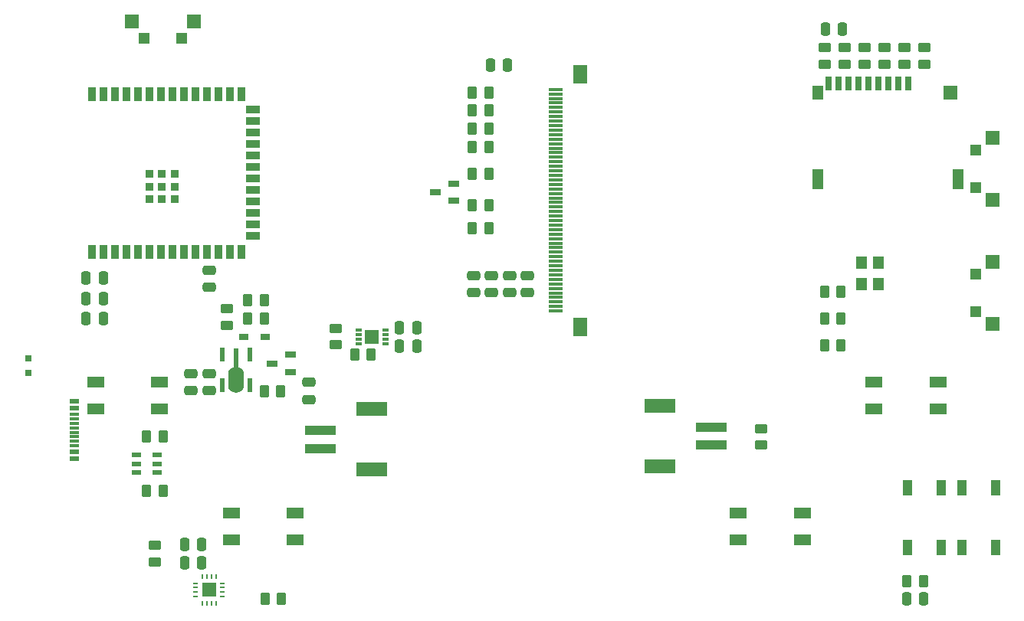
<source format=gbr>
%TF.GenerationSoftware,KiCad,Pcbnew,7.0.7*%
%TF.CreationDate,2023-12-09T23:49:39+01:00*%
%TF.ProjectId,Untitled,556e7469-746c-4656-942e-6b696361645f,rev?*%
%TF.SameCoordinates,Original*%
%TF.FileFunction,Paste,Top*%
%TF.FilePolarity,Positive*%
%FSLAX46Y46*%
G04 Gerber Fmt 4.6, Leading zero omitted, Abs format (unit mm)*
G04 Created by KiCad (PCBNEW 7.0.7) date 2023-12-09 23:49:39*
%MOMM*%
%LPD*%
G01*
G04 APERTURE LIST*
G04 Aperture macros list*
%AMRoundRect*
0 Rectangle with rounded corners*
0 $1 Rounding radius*
0 $2 $3 $4 $5 $6 $7 $8 $9 X,Y pos of 4 corners*
0 Add a 4 corners polygon primitive as box body*
4,1,4,$2,$3,$4,$5,$6,$7,$8,$9,$2,$3,0*
0 Add four circle primitives for the rounded corners*
1,1,$1+$1,$2,$3*
1,1,$1+$1,$4,$5*
1,1,$1+$1,$6,$7*
1,1,$1+$1,$8,$9*
0 Add four rect primitives between the rounded corners*
20,1,$1+$1,$2,$3,$4,$5,0*
20,1,$1+$1,$4,$5,$6,$7,0*
20,1,$1+$1,$6,$7,$8,$9,0*
20,1,$1+$1,$8,$9,$2,$3,0*%
G04 Aperture macros list end*
%ADD10R,1.070000X0.530000*%
%ADD11RoundRect,0.250000X-0.262500X-0.450000X0.262500X-0.450000X0.262500X0.450000X-0.262500X0.450000X0*%
%ADD12R,1.150000X1.400000*%
%ADD13R,1.500000X1.500000*%
%ADD14R,1.200000X1.200000*%
%ADD15R,0.750000X0.300000*%
%ADD16R,1.600000X1.600000*%
%ADD17R,1.250000X0.700000*%
%ADD18RoundRect,0.250000X0.450000X-0.262500X0.450000X0.262500X-0.450000X0.262500X-0.450000X-0.262500X0*%
%ADD19RoundRect,0.250000X0.250000X0.475000X-0.250000X0.475000X-0.250000X-0.475000X0.250000X-0.475000X0*%
%ADD20R,1.900000X1.200000*%
%ADD21RoundRect,0.250000X0.475000X-0.250000X0.475000X0.250000X-0.475000X0.250000X-0.475000X-0.250000X0*%
%ADD22RoundRect,0.250000X0.262500X0.450000X-0.262500X0.450000X-0.262500X-0.450000X0.262500X-0.450000X0*%
%ADD23RoundRect,0.250000X-0.250000X-0.475000X0.250000X-0.475000X0.250000X0.475000X-0.250000X0.475000X0*%
%ADD24RoundRect,0.250000X-0.475000X0.250000X-0.475000X-0.250000X0.475000X-0.250000X0.475000X0.250000X0*%
%ADD25R,3.500000X1.000000*%
%ADD26R,3.500000X1.500000*%
%ADD27R,0.900000X1.500000*%
%ADD28R,1.500000X0.900000*%
%ADD29R,0.900000X0.900000*%
%ADD30R,0.800000X0.800000*%
%ADD31R,0.570000X1.500000*%
%ADD32O,1.760000X2.940000*%
%ADD33R,0.550000X2.210000*%
%ADD34R,1.000000X0.750000*%
%ADD35R,1.000000X1.700000*%
%ADD36R,1.100000X0.600000*%
%ADD37R,1.100000X0.300000*%
%ADD38R,1.500000X0.300000*%
%ADD39R,1.600000X2.000000*%
%ADD40R,0.700000X1.600000*%
%ADD41R,1.600000X1.500000*%
%ADD42R,1.200000X2.200000*%
%ADD43R,1.200000X1.500000*%
%ADD44RoundRect,0.250000X-0.450000X0.262500X-0.450000X-0.262500X0.450000X-0.262500X0.450000X0.262500X0*%
%ADD45R,0.600000X0.250000*%
%ADD46R,0.250000X0.600000*%
G04 APERTURE END LIST*
D10*
%TO.C,D2*%
X106000000Y-109100000D03*
X106000000Y-110050000D03*
X106000000Y-111000000D03*
X108300000Y-111000000D03*
X108300000Y-110050000D03*
X108300000Y-109100000D03*
%TD*%
D11*
%TO.C,R14*%
X130087500Y-98000000D03*
X131912500Y-98000000D03*
%TD*%
D12*
%TO.C,LED1*%
X187900000Y-87800000D03*
X187900000Y-90200000D03*
X186100000Y-87800000D03*
X186100000Y-90200000D03*
%TD*%
D13*
%TO.C,SW6*%
X200550000Y-80900000D03*
X200550000Y-74000000D03*
D14*
X198710000Y-79550000D03*
X198710000Y-75350000D03*
%TD*%
D15*
%TO.C,U2*%
X133500000Y-96750000D03*
X133500000Y-96250000D03*
X133500000Y-95750000D03*
X133500000Y-95250000D03*
X130500000Y-95250000D03*
X130500000Y-95750000D03*
X130500000Y-96250000D03*
X130500000Y-96750000D03*
D16*
X132000000Y-96000000D03*
%TD*%
D17*
%TO.C,Q3*%
X141000000Y-80950000D03*
X141000000Y-79050000D03*
X139000000Y-80000000D03*
%TD*%
D18*
%TO.C,R27*%
X184200000Y-65860580D03*
X184200000Y-64035580D03*
%TD*%
%TO.C,R3*%
X116000000Y-94737500D03*
X116000000Y-92912500D03*
%TD*%
%TO.C,R31*%
X193000000Y-65874029D03*
X193000000Y-64049029D03*
%TD*%
D19*
%TO.C,C18*%
X146950000Y-66000000D03*
X145050000Y-66000000D03*
%TD*%
D20*
%TO.C,SW3*%
X187460000Y-101000000D03*
X194540000Y-101000000D03*
X194540000Y-104000000D03*
X187460000Y-104000000D03*
%TD*%
D21*
%TO.C,C19*%
X147197921Y-91146008D03*
X147197921Y-89246008D03*
%TD*%
D22*
%TO.C,R1*%
X144912500Y-69000000D03*
X143087500Y-69000000D03*
%TD*%
D23*
%TO.C,C8*%
X111271645Y-119000000D03*
X113171645Y-119000000D03*
%TD*%
D22*
%TO.C,R5*%
X120087500Y-92000000D03*
X118262500Y-92000000D03*
%TD*%
D23*
%TO.C,C11*%
X100396555Y-91750898D03*
X102296555Y-91750898D03*
%TD*%
D24*
%TO.C,C3*%
X112000000Y-100050000D03*
X112000000Y-101950000D03*
%TD*%
D23*
%TO.C,C2*%
X100396555Y-94000000D03*
X102296555Y-94000000D03*
%TD*%
D18*
%TO.C,R28*%
X186400000Y-65854941D03*
X186400000Y-64029941D03*
%TD*%
D20*
%TO.C,SW2*%
X116460000Y-115500000D03*
X123540000Y-115500000D03*
X123540000Y-118500000D03*
X116460000Y-118500000D03*
%TD*%
D11*
%TO.C,R40*%
X143087500Y-78000000D03*
X144912500Y-78000000D03*
%TD*%
D20*
%TO.C,SW1*%
X101460000Y-101000000D03*
X108540000Y-101000000D03*
X108540000Y-104000000D03*
X101460000Y-104000000D03*
%TD*%
D13*
%TO.C,SW7*%
X200550000Y-94600000D03*
X200550000Y-87700000D03*
D14*
X198710000Y-93250000D03*
X198710000Y-89050000D03*
%TD*%
D22*
%TO.C,R17*%
X144912500Y-75000000D03*
X143087500Y-75000000D03*
%TD*%
D25*
%TO.C,H2*%
X126300000Y-108350000D03*
X126300000Y-106350000D03*
D26*
X132000000Y-104000000D03*
X132000000Y-110700000D03*
%TD*%
D27*
%TO.C,U1*%
X101060000Y-86650000D03*
X102330000Y-86650000D03*
X103600000Y-86650000D03*
X104870000Y-86650000D03*
X106140000Y-86650000D03*
X107410000Y-86650000D03*
X108680000Y-86650000D03*
X109950000Y-86650000D03*
X111220000Y-86650000D03*
X112490000Y-86650000D03*
X113760000Y-86650000D03*
X115030000Y-86650000D03*
X116300000Y-86650000D03*
X117570000Y-86650000D03*
D28*
X118840000Y-84890000D03*
X118840000Y-83620000D03*
X118840000Y-82350000D03*
X118840000Y-81080000D03*
X118840000Y-79810000D03*
X118840000Y-78530000D03*
X118840000Y-77270000D03*
X118840000Y-76000000D03*
X118840000Y-74730000D03*
X118840000Y-73450000D03*
X118840000Y-72180000D03*
X118810000Y-70910000D03*
D27*
X117570000Y-69150000D03*
X116300000Y-69150000D03*
X115030000Y-69150000D03*
X113760000Y-69150000D03*
X112490000Y-69150000D03*
X111220000Y-69150000D03*
X109950000Y-69150000D03*
X108680000Y-69150000D03*
X107410000Y-69150000D03*
X106140000Y-69150000D03*
X104870000Y-69150000D03*
X103600000Y-69150000D03*
X102330000Y-69150000D03*
X101060000Y-69150000D03*
D29*
X107380000Y-80800000D03*
X108780000Y-80800000D03*
X110180000Y-80800000D03*
X107380000Y-79400000D03*
X108780000Y-79400000D03*
X110180000Y-79400000D03*
X107380000Y-78000000D03*
X108780000Y-78000000D03*
X110180000Y-78000000D03*
%TD*%
D11*
%TO.C,R15*%
X107087500Y-107000000D03*
X108912500Y-107000000D03*
%TD*%
%TO.C,R4*%
X118262500Y-94000000D03*
X120087500Y-94000000D03*
%TD*%
D24*
%TO.C,C20*%
X149197921Y-89246008D03*
X149197921Y-91146008D03*
%TD*%
D30*
%TO.C,CHARGE_LED1*%
X94000000Y-98400000D03*
X94000000Y-100000000D03*
%TD*%
D20*
%TO.C,SW4*%
X172460000Y-115500000D03*
X179540000Y-115500000D03*
X179540000Y-118500000D03*
X172460000Y-118500000D03*
%TD*%
D31*
%TO.C,U3*%
X118500000Y-98000000D03*
D32*
X117000000Y-100770000D03*
D33*
X117000000Y-98360000D03*
D31*
X115500000Y-98000000D03*
X115500000Y-101400000D03*
X118500000Y-101400000D03*
%TD*%
D21*
%TO.C,C17*%
X143197921Y-91146008D03*
X143197921Y-89246008D03*
%TD*%
D34*
%TO.C,D1*%
X120170000Y-96000000D03*
X117830000Y-96000000D03*
%TD*%
D23*
%TO.C,C10*%
X135050000Y-95000000D03*
X136950000Y-95000000D03*
%TD*%
%TO.C,C9*%
X135050000Y-97000000D03*
X136950000Y-97000000D03*
%TD*%
D21*
%TO.C,C12*%
X125000000Y-102950000D03*
X125000000Y-101050000D03*
%TD*%
D18*
%TO.C,R29*%
X188600000Y-65858174D03*
X188600000Y-64033174D03*
%TD*%
D35*
%TO.C,SW10*%
X200850000Y-112700000D03*
X200850000Y-119300000D03*
X197150000Y-112700000D03*
X197150000Y-119300000D03*
%TD*%
D11*
%TO.C,R12*%
X191087500Y-123000000D03*
X192912500Y-123000000D03*
%TD*%
D36*
%TO.C,USB1*%
X99144549Y-109520000D03*
X99144549Y-108720000D03*
D37*
X99144549Y-108070000D03*
X99144549Y-107570000D03*
X99144549Y-107070000D03*
X99144549Y-106570000D03*
X99144549Y-106070000D03*
X99144549Y-105570000D03*
X99144549Y-105070000D03*
X99144549Y-104570000D03*
D36*
X99144549Y-103920000D03*
X99144549Y-103120000D03*
%TD*%
D23*
%TO.C,C7*%
X111275000Y-121000000D03*
X113175000Y-121000000D03*
%TD*%
D38*
%TO.C,J8*%
X152300185Y-68657278D03*
X152300185Y-69157278D03*
X152300185Y-69657278D03*
X152300185Y-70157278D03*
X152300185Y-70657278D03*
X152300185Y-71157278D03*
X152300185Y-71657278D03*
X152300185Y-72157278D03*
X152300185Y-72657278D03*
X152300185Y-73157278D03*
X152300185Y-73657278D03*
X152300185Y-74157278D03*
X152300185Y-74657278D03*
X152300185Y-75157278D03*
X152300185Y-75657278D03*
X152300185Y-76157278D03*
X152300185Y-76657278D03*
X152300185Y-77157278D03*
X152300185Y-77657278D03*
X152300185Y-78157278D03*
X152300185Y-78657278D03*
X152300185Y-79157278D03*
X152300185Y-79657278D03*
X152300185Y-80157278D03*
X152300185Y-80657278D03*
X152300185Y-81157278D03*
X152300185Y-81657278D03*
X152300185Y-82157278D03*
X152300185Y-82657278D03*
X152300185Y-83157278D03*
X152300185Y-83657278D03*
X152300185Y-84157278D03*
X152300185Y-84657278D03*
X152300185Y-85157278D03*
X152300185Y-85657278D03*
X152300185Y-86157278D03*
X152300185Y-86657278D03*
X152300185Y-87157278D03*
X152300185Y-87657278D03*
X152300185Y-88157278D03*
X152300185Y-88657278D03*
X152300185Y-89157278D03*
X152300185Y-89657278D03*
X152300185Y-90157278D03*
X152300185Y-90657278D03*
X152300185Y-91157278D03*
X152300185Y-91657278D03*
X152300185Y-92157278D03*
X152300185Y-92657278D03*
X152300185Y-93157278D03*
D39*
X155000000Y-94900000D03*
X155000000Y-67000000D03*
%TD*%
D22*
%TO.C,R2*%
X144912500Y-71000000D03*
X143087500Y-71000000D03*
%TD*%
D18*
%TO.C,R16*%
X128000000Y-96912500D03*
X128000000Y-95087500D03*
%TD*%
%TO.C,R30*%
X190800000Y-65859394D03*
X190800000Y-64034394D03*
%TD*%
D25*
%TO.C,H1*%
X169505390Y-106000000D03*
X169505390Y-108000000D03*
D26*
X163805390Y-110350000D03*
X163805390Y-103650000D03*
%TD*%
D13*
%TO.C,SW5*%
X112332277Y-61159046D03*
X105432277Y-61159046D03*
D14*
X110982277Y-62999046D03*
X106782277Y-62999046D03*
%TD*%
D35*
%TO.C,SW9*%
X194850000Y-112700000D03*
X194850000Y-119300000D03*
X191150000Y-112700000D03*
X191150000Y-119300000D03*
%TD*%
D11*
%TO.C,R18*%
X120175000Y-125000000D03*
X122000000Y-125000000D03*
%TD*%
D17*
%TO.C,Q1*%
X123000000Y-99900000D03*
X123000000Y-98000000D03*
X121000000Y-98950000D03*
%TD*%
D22*
%TO.C,R8*%
X183825000Y-94000000D03*
X182000000Y-94000000D03*
%TD*%
%TO.C,R33*%
X144923978Y-81472254D03*
X143098978Y-81472254D03*
%TD*%
D18*
%TO.C,R6*%
X108000000Y-120912500D03*
X108000000Y-119087500D03*
%TD*%
%TO.C,R26*%
X182000000Y-65860580D03*
X182000000Y-64035580D03*
%TD*%
D40*
%TO.C,Card1*%
X182450000Y-68000000D03*
D41*
X195850000Y-69000000D03*
D42*
X196750000Y-78600000D03*
X181250000Y-78600000D03*
D43*
X181250000Y-69000000D03*
D40*
X183550000Y-68000000D03*
X184650000Y-68000000D03*
X185750000Y-68000000D03*
X186850000Y-68000000D03*
X187950000Y-68000000D03*
X189050000Y-68000000D03*
X190150000Y-68000000D03*
X191250000Y-68000000D03*
%TD*%
D11*
%TO.C,R13*%
X107087500Y-113000000D03*
X108912500Y-113000000D03*
%TD*%
D21*
%TO.C,C16*%
X145197921Y-91146008D03*
X145197921Y-89246008D03*
%TD*%
D23*
%TO.C,C14*%
X191050000Y-125000000D03*
X192950000Y-125000000D03*
%TD*%
D44*
%TO.C,R19*%
X175000000Y-106175000D03*
X175000000Y-108000000D03*
%TD*%
D22*
%TO.C,R11*%
X144912500Y-73000000D03*
X143087500Y-73000000D03*
%TD*%
D45*
%TO.C,U6*%
X115500000Y-124750000D03*
X115500000Y-124250000D03*
X115500000Y-123750000D03*
X115500000Y-123250000D03*
D46*
X114750000Y-122500000D03*
X114250000Y-122500000D03*
X113750000Y-122500000D03*
X113250000Y-122500000D03*
D45*
X112500000Y-123250000D03*
X112500000Y-123750000D03*
X112500000Y-124250000D03*
X112500000Y-124750000D03*
D46*
X113250000Y-125500000D03*
X113750000Y-125500000D03*
X114250000Y-125500000D03*
X114750000Y-125500000D03*
D13*
X114000000Y-124000000D03*
%TD*%
D23*
%TO.C,C1*%
X100396555Y-89501796D03*
X102296555Y-89501796D03*
%TD*%
D22*
%TO.C,R9*%
X183825000Y-91000000D03*
X182000000Y-91000000D03*
%TD*%
%TO.C,R32*%
X144912500Y-84000000D03*
X143087500Y-84000000D03*
%TD*%
%TO.C,R10*%
X183825000Y-96950000D03*
X182000000Y-96950000D03*
%TD*%
D21*
%TO.C,C5*%
X113991029Y-90552424D03*
X113991029Y-88652424D03*
%TD*%
D24*
%TO.C,C4*%
X114000000Y-100050000D03*
X114000000Y-101950000D03*
%TD*%
D19*
%TO.C,C15*%
X183950000Y-62000000D03*
X182050000Y-62000000D03*
%TD*%
D22*
%TO.C,R7*%
X121912500Y-102000000D03*
X120087500Y-102000000D03*
%TD*%
M02*

</source>
